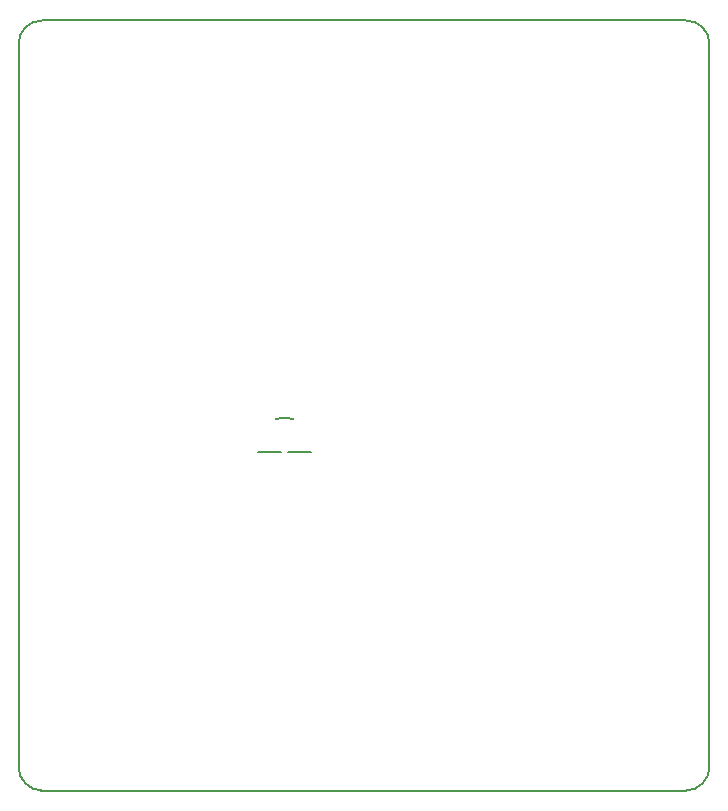
<source format=gm1>
G04 Layer_Color=16711935*
%FSLAX44Y44*%
%MOMM*%
G71*
G01*
G75*
%ADD28C,0.1270*%
%ADD31C,0.2000*%
D28*
X233098Y314505D02*
G03*
X217502Y314505I-7798J-25505D01*
G01*
X228163Y286460D02*
X247837D01*
X202763D02*
X222437D01*
D31*
X585000Y632000D02*
G03*
X565000Y652000I-20000J0D01*
G01*
Y0D02*
G03*
X585000Y20000I0J20000D01*
G01*
X0Y20000D02*
G03*
X20000Y0I20000J0D01*
G01*
Y652000D02*
G03*
X0Y632000I0J-20000D01*
G01*
X20000Y652000D02*
X565000D01*
X585000Y632000D02*
X585000Y20000D01*
X-0Y20000D02*
Y633000D01*
X19000Y0D02*
X565000D01*
M02*

</source>
